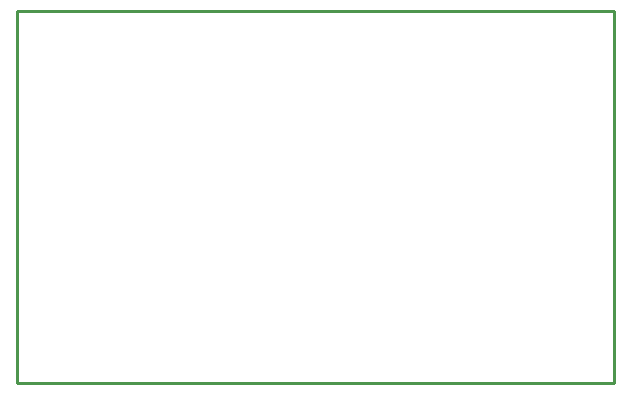
<source format=gbr>
G04 start of page 9 for group -4078 idx -4078 *
G04 Title: (unknown), bottomsilk *
G04 Creator: pcb 4.0.2 *
G04 CreationDate: Thu Dec 31 16:53:41 2020 UTC *
G04 For: petersen *
G04 Format: Gerber/RS-274X *
G04 PCB-Dimensions (mil): 2000.00 1250.00 *
G04 PCB-Coordinate-Origin: lower left *
%MOIN*%
%FSLAX25Y25*%
%LNBOTTOMSILK*%
%ADD46C,0.0100*%
G54D46*X179500Y124500D02*X500D01*
X199500Y500D02*Y124500D01*
X178000D01*
X199500Y500D02*X500D01*
Y124500D01*
M02*

</source>
